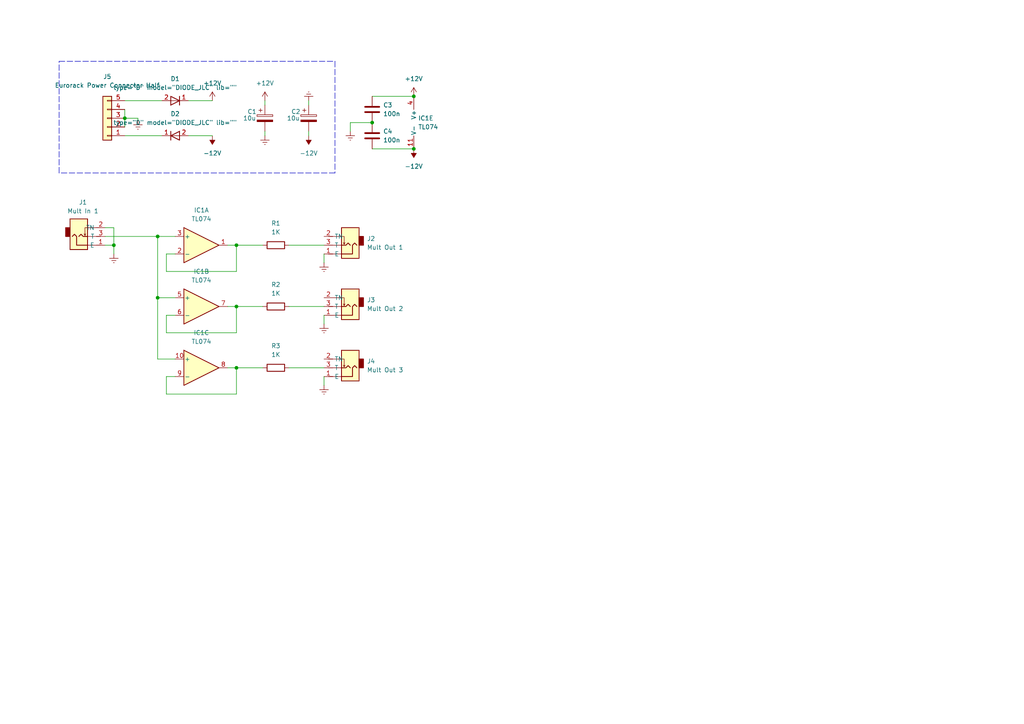
<source format=kicad_sch>
(kicad_sch (version 20211123) (generator eeschema)
  (paper "A4")
  (lib_symbols
    (symbol "Amplifier_Operational:TL074" (pin_names (offset 0.127))
      (property "Reference" "U" (at 0 5.08 0))
      (property "Value" "TL074" (at 0 -5.08 0))
      (symbol "TL074_1_1"
        (polyline (pts (xy -5.08 5.08) (xy 5.08 0) (xy -5.08 -5.08) (xy -5.08 5.08)) (stroke (width 0.254)) (fill (type background)))
        (pin output line (at 7.62 0 180) (length 2.54) (name "~") (number "1"))
        (pin input line (at -7.62 -2.54 0) (length 2.54) (name "-") (number "2"))
        (pin input line (at -7.62 2.54 0) (length 2.54) (name "+") (number "3"))
      )
      (symbol "TL074_2_1"
        (polyline (pts (xy -5.08 5.08) (xy 5.08 0) (xy -5.08 -5.08) (xy -5.08 5.08)) (stroke (width 0.254)) (fill (type background)))
        (pin input line (at -7.62 2.54 0) (length 2.54) (name "+") (number "5"))
        (pin input line (at -7.62 -2.54 0) (length 2.54) (name "-") (number "6"))
        (pin output line (at 7.62 0 180) (length 2.54) (name "~") (number "7"))
      )
      (symbol "TL074_3_1"
        (polyline (pts (xy -5.08 5.08) (xy 5.08 0) (xy -5.08 -5.08) (xy -5.08 5.08)) (stroke (width 0.254)) (fill (type background)))
        (pin input line (at -7.62 2.54 0) (length 2.54) (name "+") (number "10"))
        (pin output line (at 7.62 0 180) (length 2.54) (name "~") (number "8"))
        (pin input line (at -7.62 -2.54 0) (length 2.54) (name "-") (number "9"))
      )
      (symbol "TL074_4_1"
        (polyline (pts (xy -5.08 5.08) (xy 5.08 0) (xy -5.08 -5.08) (xy -5.08 5.08)) (stroke (width 0.254)) (fill (type background)))
        (pin input line (at -7.62 2.54 0) (length 2.54) (name "+") (number "12"))
        (pin input line (at -7.62 -2.54 0) (length 2.54) (name "-") (number "13"))
        (pin output line (at 7.62 0 180) (length 2.54) (name "~") (number "14"))
      )
      (symbol "TL074_5_1"
        (pin power_in line (at -2.54 -7.62 90) (length 3.81) (name "V-") (number "11"))
        (pin power_in line (at -2.54 7.62 270) (length 3.81) (name "V+") (number "4"))
      )
    )
    (symbol "Device:C" (pin_numbers hide) (pin_names (offset 0.254))
      (property "Reference" "C" (at 0.635 2.54 0))
      (property "Value" "C" (at 0.635 -2.54 0))
      (symbol "C_0_1"
        (polyline (pts (xy -2.032 -0.762) (xy 2.032 -0.762)) (stroke (width 0.508)))
        (polyline (pts (xy -2.032 0.762) (xy 2.032 0.762)) (stroke (width 0.508)))
      )
      (symbol "C_1_1"
        (pin passive line (at 0 3.81 270) (length 2.794) (name "~") (number "1"))
        (pin passive line (at 0 -3.81 90) (length 2.794) (name "~") (number "2"))
      )
    )
    (symbol "Device:C_Polarized" (pin_numbers hide) (pin_names (offset 0.254))
      (property "Reference" "C" (at 0.635 2.54 0))
      (property "Value" "C_Polarized" (at 0.635 -2.54 0))
      (symbol "C_Polarized_0_1"
        (rectangle (start -2.286 0.508) (end 2.286 1.016))
        (polyline (pts (xy -1.778 2.286) (xy -0.762 2.286)))
        (polyline (pts (xy -1.27 2.794) (xy -1.27 1.778)))
        (rectangle (start 2.286 -0.508) (end -2.286 -1.016) (fill (type outline)))
      )
      (symbol "C_Polarized_1_1"
        (pin passive line (at 0 3.81 270) (length 2.794) (name "~") (number "1"))
        (pin passive line (at 0 -3.81 90) (length 2.794) (name "~") (number "2"))
      )
    )
    (symbol "Device:R" (pin_numbers hide) (pin_names (offset 0))
      (property "Reference" "R" (at 2.032 0 90))
      (property "Value" "R" (at 0 0 90))
      (symbol "R_0_1"
        (rectangle (start -1.016 -2.54) (end 1.016 2.54) (stroke (width 0.254)))
      )
      (symbol "R_1_1"
        (pin passive line (at 0 3.81 270) (length 1.27) (name "~") (number "1"))
        (pin passive line (at 0 -3.81 90) (length 1.27) (name "~") (number "2"))
      )
    )
    (symbol "Eurorack:DIODE_JLC" (pin_names (offset 1.016) hide)
      (property "Reference" "D" (at 0 2.54 0))
      (property "Value" "DIODE_JLC" (at 0 -2.54 0))
      (symbol "DIODE_JLC_0_1"
        (polyline (pts (xy 1.27 0) (xy -1.27 0)))
        (polyline (pts (xy 1.27 1.27) (xy 1.27 -1.27)) (stroke (width 0.254)))
        (polyline (pts (xy -1.27 -1.27) (xy -1.27 1.27) (xy 1.27 0) (xy -1.27 -1.27)) (stroke (width 0.254)))
      )
      (symbol "DIODE_JLC_1_1"
        (pin passive line (at 3.81 0 180) (length 2.54) (name "A") (number "1"))
        (pin passive line (at -3.81 0 0) (length 2.54) (name "K") (number "2"))
      )
    )
    (symbol "Eurorack:Eurorack Power Connector Half" (pin_names (offset 1.016) hide)
      (property "Reference" "J" (at 1.27 7.62 0))
      (property "Value" "Eurorack Power Connector Half" (at 1.27 -7.62 0))
      (symbol "Eurorack Power Connector Half_1_1"
        (rectangle (start -1.27 -4.953) (end 0 -5.207) (stroke (width 0.1524)))
        (rectangle (start -1.27 -2.413) (end 0 -2.667) (stroke (width 0.1524)))
        (rectangle (start -1.27 0.127) (end 0 -0.127) (stroke (width 0.1524)))
        (rectangle (start -1.27 2.667) (end 0 2.413) (stroke (width 0.1524)))
        (rectangle (start -1.27 5.207) (end 0 4.953) (stroke (width 0.1524)))
        (rectangle (start -1.27 6.35) (end 1.27 -6.35) (stroke (width 0.254)) (fill (type background)))
        (pin passive line (at -5.08 5.08 0) (length 3.81) (name "Pin_1") (number "1"))
        (pin passive line (at -5.08 2.54 0) (length 3.81) (name "Pin_2") (number "2"))
        (pin passive line (at -5.08 0 0) (length 3.81) (name "Pin_3") (number "3"))
        (pin passive line (at -5.08 -2.54 0) (length 3.81) (name "Pin_4") (number "4"))
        (pin passive line (at -5.08 -5.08 0) (length 3.81) (name "Pin_5") (number "5"))
      )
    )
    (symbol "Eurorack:Thonkiconn_Mono_Jack"
      (property "Reference" "J" (at 0 1.27 0))
      (property "Value" "Thonkiconn_Mono_Jack" (at 10.16 3.81 0))
      (symbol "Thonkiconn_Mono_Jack_0_1"
        (rectangle (start -1.27 -2.54) (end 0 -5.08) (stroke (width 0.254)) (fill (type outline)))
        (polyline (pts (xy 4.318 -4.826) (xy 4.572 -4.318)))
        (polyline (pts (xy 8.89 -7.62) (xy 5.08 -7.62)))
        (polyline (pts (xy 8.89 -5.08) (xy 5.08 -5.08)))
        (polyline (pts (xy 2.54 -5.08) (xy 3.175 -4.445) (xy 3.81 -5.08) (xy 5.08 -5.08)) (stroke (width 0.254)))
        (polyline (pts (xy 8.89 -2.54) (xy 4.318 -2.54) (xy 4.318 -4.826) (xy 4.064 -4.318)))
        (polyline (pts (xy 5.08 -7.62) (xy 1.905 -7.62) (xy 1.905 -5.08) (xy 1.27 -4.445) (xy 0.635 -5.08)) (stroke (width 0.254)))
        (rectangle (start 0 0) (end 5.08 -8.89) (stroke (width 0.254)) (fill (type background)))
      )
      (symbol "Thonkiconn_Mono_Jack_1_1"
        (pin passive line (at 10.16 -7.62 180) (length 2.54) (name "E") (number "1"))
        (pin passive line (at 10.16 -2.54 180) (length 2.54) (name "TN") (number "2"))
        (pin passive line (at 10.16 -5.08 180) (length 2.54) (name "T") (number "3"))
      )
    )
    (symbol "power:+12V" (power) (pin_names (offset 0))
      (property "Value" "+12V" (at 0 3.556 0))
      (symbol "+12V_0_1"
        (polyline (pts (xy -0.762 1.27) (xy 0 2.54)))
        (polyline (pts (xy 0 0) (xy 0 2.54)))
        (polyline (pts (xy 0 2.54) (xy 0.762 1.27)))
      )
      (symbol "+12V_1_1"
        (pin power_in line (at 0 0 90) (length 0) hide (name "+12V") (number "1"))
      )
    )
    (symbol "power:-12V" (power) (pin_names (offset 0))
      (property "Value" "-12V" (at 0 3.81 0))
      (symbol "-12V_0_0"
        (pin power_in line (at 0 0 90) (length 0) hide (name "-12V") (number "1"))
      )
      (symbol "-12V_0_1"
        (polyline (pts (xy 0 0) (xy 0 1.27) (xy 0.762 1.27) (xy 0 2.54) (xy -0.762 1.27) (xy 0 1.27)) (fill (type outline)))
      )
    )
    (symbol "power:Earth" (power) (pin_names (offset 0))
      (symbol "Earth_0_1"
        (polyline (pts (xy -0.635 -1.905) (xy 0.635 -1.905)))
        (polyline (pts (xy -0.127 -2.54) (xy 0.127 -2.54)))
        (polyline (pts (xy 0 -1.27) (xy 0 0)))
        (polyline (pts (xy 1.27 -1.27) (xy -1.27 -1.27)))
      )
      (symbol "Earth_1_1"
        (pin power_in line (at 0 0 270) (length 0) hide (name "Earth") (number "1"))
      )
    )
  )
  (junction (at 68.58 88.9))
  (junction (at 36.195 34.29))
  (junction (at 107.95 35.56))
  (junction (at 68.58 71.12))
  (junction (at 120.015 43.18))
  (junction (at 68.58 106.68))
  (junction (at 120.015 27.94))
  (junction (at 45.72 68.58))
  (junction (at 45.72 86.36))
  (junction (at 33.02 71.12))
  (polyline (pts (xy 17.145 50.165) (xy 17.145 17.78)))
  (wire (pts (xy 33.02 71.12) (xy 30.48 71.12)))
  (wire (pts (xy 33.02 66.04) (xy 33.02 71.12)))
  (wire (pts (xy 68.58 106.68) (xy 66.04 106.68)))
  (wire (pts (xy 93.98 91.44) (xy 93.98 93.98)))
  (wire (pts (xy 48.26 78.74) (xy 68.58 78.74)))
  (wire (pts (xy 33.02 71.12) (xy 33.02 73.66)))
  (wire (pts (xy 50.8 86.36) (xy 45.72 86.36)))
  (wire (pts (xy 54.61 29.21) (xy 61.595 29.21)))
  (wire (pts (xy 68.58 78.74) (xy 68.58 71.12)))
  (wire (pts (xy 48.26 73.66) (xy 48.26 78.74)))
  (wire (pts (xy 36.195 34.29) (xy 36.195 36.83)))
  (polyline (pts (xy 97.155 50.165) (xy 17.145 50.165)))
  (wire (pts (xy 107.95 43.18) (xy 120.015 43.18)))
  (wire (pts (xy 48.26 91.44) (xy 48.26 96.52)))
  (wire (pts (xy 36.195 39.37) (xy 46.99 39.37)))
  (wire (pts (xy 101.6 38.1) (xy 101.6 35.56)))
  (wire (pts (xy 36.195 31.75) (xy 36.195 34.29)))
  (wire (pts (xy 36.195 34.29) (xy 40.005 34.29)))
  (wire (pts (xy 45.72 104.14) (xy 45.72 86.36)))
  (polyline (pts (xy 97.155 17.78) (xy 97.155 50.165)))
  (wire (pts (xy 68.58 88.9) (xy 66.04 88.9)))
  (wire (pts (xy 93.98 109.22) (xy 93.98 111.76)))
  (wire (pts (xy 68.58 106.68) (xy 76.2 106.68)))
  (wire (pts (xy 101.6 35.56) (xy 107.95 35.56)))
  (wire (pts (xy 83.82 88.9) (xy 93.98 88.9)))
  (wire (pts (xy 68.58 96.52) (xy 68.58 88.9)))
  (wire (pts (xy 50.8 91.44) (xy 48.26 91.44)))
  (wire (pts (xy 76.835 38.1) (xy 76.835 39.37)))
  (wire (pts (xy 54.61 39.37) (xy 61.595 39.37)))
  (wire (pts (xy 68.58 71.12) (xy 76.2 71.12)))
  (wire (pts (xy 36.195 29.21) (xy 46.99 29.21)))
  (wire (pts (xy 89.535 30.48) (xy 89.535 29.21)))
  (wire (pts (xy 48.26 96.52) (xy 68.58 96.52)))
  (wire (pts (xy 48.26 114.3) (xy 68.58 114.3)))
  (wire (pts (xy 30.48 68.58) (xy 45.72 68.58)))
  (wire (pts (xy 45.72 86.36) (xy 45.72 68.58)))
  (wire (pts (xy 93.98 73.66) (xy 93.98 76.2)))
  (wire (pts (xy 68.58 88.9) (xy 76.2 88.9)))
  (wire (pts (xy 68.58 114.3) (xy 68.58 106.68)))
  (wire (pts (xy 30.48 66.04) (xy 33.02 66.04)))
  (wire (pts (xy 50.8 104.14) (xy 45.72 104.14)))
  (wire (pts (xy 76.835 29.21) (xy 76.835 30.48)))
  (wire (pts (xy 50.8 109.22) (xy 48.26 109.22)))
  (wire (pts (xy 68.58 71.12) (xy 66.04 71.12)))
  (wire (pts (xy 45.72 68.58) (xy 50.8 68.58)))
  (polyline (pts (xy 17.145 17.78) (xy 97.155 17.78)))
  (wire (pts (xy 107.95 27.94) (xy 120.015 27.94)))
  (wire (pts (xy 40.005 34.29) (xy 40.005 34.925)))
  (wire (pts (xy 83.82 106.68) (xy 93.98 106.68)))
  (wire (pts (xy 50.8 73.66) (xy 48.26 73.66)))
  (wire (pts (xy 83.82 71.12) (xy 93.98 71.12)))
  (wire (pts (xy 48.26 109.22) (xy 48.26 114.3)))
  (wire (pts (xy 89.535 39.37) (xy 89.535 38.1)))
  (symbol (lib_id "Eurorack:Thonkiconn_Mono_Jack") (at 104.14 66.04 0) (mirror y) (unit 1)
    (property "Reference" "J2" (at 106.426 69.2149 0) (effects (justify right)))
    (property "Value" "Mult Out 1" (at 106.426 71.7549 0) (effects (justify right)))
    (property "Footprint" "Eurorack:Thonkiconn Mono Jack" (effects hide))
  )
  (symbol (lib_id "Device:R") (at 80.01 88.9 90) (unit 1)
    (property "Reference" "R2" (at 80.01 82.55 90))
    (property "Value" "1K" (at 80.01 85.09 90))
    (property "Footprint" "Resistor_SMD:R_0805_2012Metric" (effects hide))
  )
  (symbol (lib_id "power:Earth") (at 76.835 39.37 0) (unit 1)
    (property "Reference" "#PWR0111" (effects hide))
    (property "Value" "Earth" (effects hide))
  )
  (symbol (lib_id "power:Earth") (at 40.005 34.925 0) (unit 1)
    (property "Reference" "#PWR0101" (effects hide))
    (property "Value" "Earth" (effects hide))
  )
  (symbol (lib_id "Eurorack:DIODE_JLC") (at 50.8 29.21 0) (unit 1)
    (property "Reference" "D1" (at 50.8 22.86 0))
    (property "Value" "DIODE_JLC" (at 50.8 25.4 0))
    (property "Footprint" "Diode_SMD:D_SMA" (effects hide))
    (property "Spice_Netlist_Enabled" "Y" (effects hide))
    (property "Spice_Primitive" "D" (effects hide))
  )
  (symbol (lib_id "Amplifier_Operational:TL074") (at 58.42 106.68 0) (unit 3)
    (property "Reference" "IC1" (at 58.42 96.52 0))
    (property "Value" "TL074" (at 58.42 99.06 0))
    (property "Footprint" "Package_SO:SOIC-14_3.9x8.7mm_P1.27mm" (effects hide))
    (property "Datasheet" "http://www.ti.com/lit/ds/symlink/tl071.pdf" (effects hide))
  )
  (symbol (lib_id "power:-12V") (at 61.595 39.37 180) (unit 1)
    (property "Reference" "#PWR0108" (effects hide))
    (property "Value" "-12V" (at 61.595 44.45 0))
  )
  (symbol (lib_id "Amplifier_Operational:TL074") (at 58.42 88.9 0) (unit 2)
    (property "Reference" "IC1" (at 58.42 78.74 0))
    (property "Value" "TL074" (at 58.42 81.28 0))
    (property "Footprint" "Package_SO:SOIC-14_3.9x8.7mm_P1.27mm" (effects hide))
    (property "Datasheet" "http://www.ti.com/lit/ds/symlink/tl071.pdf" (effects hide))
  )
  (symbol (lib_id "power:Earth") (at 89.535 29.21 180) (unit 1)
    (property "Reference" "#PWR0102" (effects hide))
    (property "Value" "Earth" (effects hide))
  )
  (symbol (lib_id "Amplifier_Operational:TL074") (at 58.42 71.12 0) (unit 1)
    (property "Reference" "IC1" (at 58.42 60.96 0))
    (property "Value" "TL074" (at 58.42 63.5 0))
    (property "Footprint" "Package_SO:SOIC-14_3.9x8.7mm_P1.27mm" (effects hide))
    (property "Datasheet" "http://www.ti.com/lit/ds/symlink/tl071.pdf" (effects hide))
  )
  (symbol (lib_id "power:+12V") (at 61.595 29.21 0) (unit 1)
    (property "Reference" "#PWR0109" (effects hide))
    (property "Value" "+12V" (at 61.595 24.13 0))
  )
  (symbol (lib_id "power:-12V") (at 120.015 43.18 180) (unit 1)
    (property "Reference" "#PWR0114" (effects hide))
    (property "Value" "-12V" (at 120.015 48.26 0))
  )
  (symbol (lib_id "power:-12V") (at 89.535 39.37 180) (unit 1)
    (property "Reference" "#PWR0112" (effects hide))
    (property "Value" "-12V" (at 89.535 44.45 0))
  )
  (symbol (lib_id "Device:C") (at 107.95 39.37 0) (unit 1)
    (property "Reference" "C4" (at 111.125 38.0999 0) (effects (justify left)))
    (property "Value" "100n" (at 111.125 40.6399 0) (effects (justify left)))
    (property "Footprint" "Capacitor_SMD:C_0805_2012Metric" (effects hide))
  )
  (symbol (lib_id "power:+12V") (at 76.835 29.21 0) (unit 1)
    (property "Reference" "#PWR0110" (effects hide))
    (property "Value" "+12V" (at 76.835 24.13 0))
  )
  (symbol (lib_id "Device:C_Polarized") (at 76.835 34.29 0) (unit 1)
    (property "Reference" "C1" (at 71.755 32.385 0) (effects (justify left)))
    (property "Value" "10u" (at 70.485 34.29 0) (effects (justify left)))
    (property "Footprint" "Capacitor_SMD:C_0805_2012Metric" (effects hide))
  )
  (symbol (lib_id "Amplifier_Operational:TL074") (at 122.555 35.56 0) (unit 5)
    (property "Reference" "IC1" (at 121.285 34.2899 0) (effects (justify left)))
    (property "Value" "TL074" (at 121.285 36.8299 0) (effects (justify left)))
    (property "Footprint" "Package_SO:SOIC-14_3.9x8.7mm_P1.27mm" (effects hide))
    (property "Datasheet" "http://www.ti.com/lit/ds/symlink/tl071.pdf" (effects hide))
  )
  (symbol (lib_id "Device:R") (at 80.01 106.68 90) (unit 1)
    (property "Reference" "R3" (at 80.01 100.33 90))
    (property "Value" "1K" (at 80.01 102.87 90))
    (property "Footprint" "Resistor_SMD:R_0805_2012Metric" (effects hide))
  )
  (symbol (lib_id "power:Earth") (at 33.02 73.66 0) (unit 1)
    (property "Reference" "#PWR0103" (effects hide))
    (property "Value" "Earth" (effects hide))
  )
  (symbol (lib_id "Device:C_Polarized") (at 89.535 34.29 0) (unit 1)
    (property "Reference" "C2" (at 84.455 32.385 0) (effects (justify left)))
    (property "Value" "10u" (at 83.185 34.29 0) (effects (justify left)))
    (property "Footprint" "Capacitor_SMD:C_0805_2012Metric" (effects hide))
  )
  (symbol (lib_id "Eurorack:Thonkiconn_Mono_Jack") (at 20.32 63.5 0) (unit 1)
    (property "Reference" "J1" (at 24.0665 58.674 0))
    (property "Value" "Mult In 1" (at 24.0665 61.214 0))
    (property "Footprint" "Eurorack:Thonkiconn Mono Jack" (effects hide))
  )
  (symbol (lib_id "power:Earth") (at 93.98 111.76 0) (unit 1)
    (property "Reference" "#PWR0106" (effects hide))
    (property "Value" "Earth" (effects hide))
  )
  (symbol (lib_id "power:Earth") (at 93.98 93.98 0) (unit 1)
    (property "Reference" "#PWR0104" (effects hide))
    (property "Value" "Earth" (effects hide))
  )
  (symbol (lib_id "power:+12V") (at 120.015 27.94 0) (unit 1)
    (property "Reference" "#PWR0115" (effects hide))
    (property "Value" "+12V" (at 120.015 22.86 0))
  )
  (symbol (lib_id "Eurorack:Thonkiconn_Mono_Jack") (at 104.14 83.82 0) (mirror y) (unit 1)
    (property "Reference" "J3" (at 106.426 86.9949 0) (effects (justify right)))
    (property "Value" "Mult Out 2" (at 106.426 89.5349 0) (effects (justify right)))
    (property "Footprint" "Eurorack:Thonkiconn Mono Jack" (effects hide))
  )
  (symbol (lib_id "Device:C") (at 107.95 31.75 0) (unit 1)
    (property "Reference" "C3" (at 111.125 30.4799 0) (effects (justify left)))
    (property "Value" "100n" (at 111.125 33.0199 0) (effects (justify left)))
    (property "Footprint" "Capacitor_SMD:C_0805_2012Metric" (effects hide))
  )
  (symbol (lib_id "Eurorack:Thonkiconn_Mono_Jack") (at 104.14 101.6 0) (mirror y) (unit 1)
    (property "Reference" "J4" (at 106.426 104.7749 0) (effects (justify right)))
    (property "Value" "Mult Out 3" (at 106.426 107.3149 0) (effects (justify right)))
    (property "Footprint" "Eurorack:Thonkiconn Mono Jack" (effects hide))
  )
  (symbol (lib_id "Device:R") (at 80.01 71.12 90) (unit 1)
    (property "Reference" "R1" (at 80.01 64.77 90))
    (property "Value" "1K" (at 80.01 67.31 90))
    (property "Footprint" "Resistor_SMD:R_0805_2012Metric" (effects hide))
  )
  (symbol (lib_id "Eurorack:Eurorack Power Connector Half") (at 31.115 34.29 180) (unit 1)
    (property "Reference" "J5" (at 31.115 22.225 0))
    (property "Value" "Eurorack Power Connector Half" (at 31.115 24.765 0))
    (property "Footprint" "Eurorack:Eurorack Power Header Unlabeled Half" (effects hide))
  )
  (symbol (lib_id "Eurorack:DIODE_JLC") (at 50.8 39.37 180) (unit 1)
    (property "Reference" "D2" (at 50.8 33.02 0))
    (property "Value" "DIODE_JLC" (at 50.8 35.56 0))
    (property "Footprint" "Diode_SMD:D_SMA" (effects hide))
    (property "Spice_Netlist_Enabled" "Y" (effects hide))
    (property "Spice_Primitive" "D" (effects hide))
  )
  (symbol (lib_id "power:Earth") (at 101.6 38.1 0) (unit 1)
    (property "Reference" "#PWR0113" (effects hide))
    (property "Value" "Earth" (effects hide))
  )
  (symbol (lib_id "power:Earth") (at 93.98 76.2 0) (unit 1)
    (property "Reference" "#PWR0107" (effects hide))
    (property "Value" "Earth" (effects hide))
  )
)
</source>
